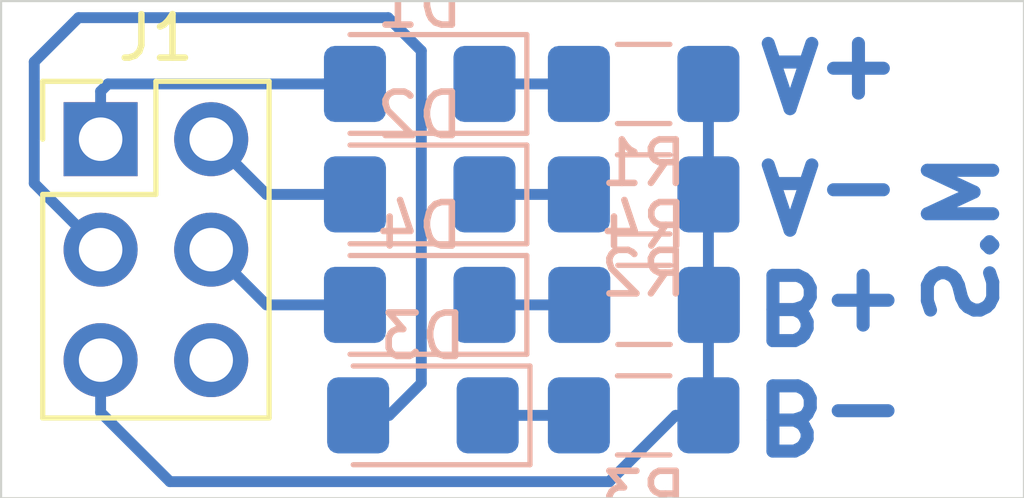
<source format=kicad_pcb>
(kicad_pcb (version 20171130) (host pcbnew "(5.1.5)-3")

  (general
    (thickness 1.6)
    (drawings 9)
    (tracks 26)
    (zones 0)
    (modules 9)
    (nets 11)
  )

  (page A4)
  (layers
    (0 F.Cu signal)
    (31 B.Cu signal)
    (32 B.Adhes user)
    (33 F.Adhes user)
    (34 B.Paste user)
    (35 F.Paste user)
    (36 B.SilkS user hide)
    (37 F.SilkS user)
    (38 B.Mask user)
    (39 F.Mask user)
    (40 Dwgs.User user)
    (41 Cmts.User user)
    (42 Eco1.User user)
    (43 Eco2.User user)
    (44 Edge.Cuts user)
    (45 Margin user)
    (46 B.CrtYd user)
    (47 F.CrtYd user)
    (48 B.Fab user hide)
    (49 F.Fab user hide)
  )

  (setup
    (last_trace_width 0.25)
    (trace_clearance 0.2)
    (zone_clearance 0.508)
    (zone_45_only no)
    (trace_min 0.2)
    (via_size 0.8)
    (via_drill 0.4)
    (via_min_size 0.4)
    (via_min_drill 0.3)
    (uvia_size 0.3)
    (uvia_drill 0.1)
    (uvias_allowed no)
    (uvia_min_size 0.2)
    (uvia_min_drill 0.1)
    (edge_width 0.05)
    (segment_width 0.2)
    (pcb_text_width 0.3)
    (pcb_text_size 1.5 1.5)
    (mod_edge_width 0.12)
    (mod_text_size 1 1)
    (mod_text_width 0.15)
    (pad_size 1.524 1.524)
    (pad_drill 0.762)
    (pad_to_mask_clearance 0.051)
    (solder_mask_min_width 0.25)
    (aux_axis_origin 0 0)
    (visible_elements FFFFFF7F)
    (pcbplotparams
      (layerselection 0x010fc_ffffffff)
      (usegerberextensions false)
      (usegerberattributes false)
      (usegerberadvancedattributes false)
      (creategerberjobfile false)
      (excludeedgelayer true)
      (linewidth 0.100000)
      (plotframeref false)
      (viasonmask false)
      (mode 1)
      (useauxorigin false)
      (hpglpennumber 1)
      (hpglpenspeed 20)
      (hpglpendiameter 15.000000)
      (psnegative false)
      (psa4output false)
      (plotreference true)
      (plotvalue true)
      (plotinvisibletext false)
      (padsonsilk false)
      (subtractmaskfromsilk false)
      (outputformat 1)
      (mirror false)
      (drillshape 1)
      (scaleselection 1)
      (outputdirectory ""))
  )

  (net 0 "")
  (net 1 "Net-(D1-Pad2)")
  (net 2 "Net-(D1-Pad1)")
  (net 3 "Net-(D2-Pad2)")
  (net 4 "Net-(D2-Pad1)")
  (net 5 "Net-(D3-Pad2)")
  (net 6 "Net-(D3-Pad1)")
  (net 7 "Net-(D4-Pad2)")
  (net 8 "Net-(D4-Pad1)")
  (net 9 VDD)
  (net 10 GND)

  (net_class Default "Dies ist die voreingestellte Netzklasse."
    (clearance 0.2)
    (trace_width 0.25)
    (via_dia 0.8)
    (via_drill 0.4)
    (uvia_dia 0.3)
    (uvia_drill 0.1)
    (add_net GND)
    (add_net "Net-(D1-Pad1)")
    (add_net "Net-(D1-Pad2)")
    (add_net "Net-(D2-Pad1)")
    (add_net "Net-(D2-Pad2)")
    (add_net "Net-(D3-Pad1)")
    (add_net "Net-(D3-Pad2)")
    (add_net "Net-(D4-Pad1)")
    (add_net "Net-(D4-Pad2)")
    (add_net VDD)
  )

  (module Resistor_SMD:R_1206_3216Metric_Pad1.42x1.75mm_HandSolder (layer B.Cu) (tedit 5B301BBD) (tstamp 5E5F69ED)
    (at 157.0085 86.36 180)
    (descr "Resistor SMD 1206 (3216 Metric), square (rectangular) end terminal, IPC_7351 nominal with elongated pad for handsoldering. (Body size source: http://www.tortai-tech.com/upload/download/2011102023233369053.pdf), generated with kicad-footprint-generator")
    (tags "resistor handsolder")
    (path /5E73CF13)
    (attr smd)
    (fp_text reference R4 (at 0 1.82) (layer B.SilkS)
      (effects (font (size 1 1) (thickness 0.15)) (justify mirror))
    )
    (fp_text value 330 (at 0 -1.82) (layer B.Fab)
      (effects (font (size 1 1) (thickness 0.15)) (justify mirror))
    )
    (fp_text user %R (at 0 0) (layer B.Fab)
      (effects (font (size 0.8 0.8) (thickness 0.12)) (justify mirror))
    )
    (fp_line (start 2.45 -1.12) (end -2.45 -1.12) (layer B.CrtYd) (width 0.05))
    (fp_line (start 2.45 1.12) (end 2.45 -1.12) (layer B.CrtYd) (width 0.05))
    (fp_line (start -2.45 1.12) (end 2.45 1.12) (layer B.CrtYd) (width 0.05))
    (fp_line (start -2.45 -1.12) (end -2.45 1.12) (layer B.CrtYd) (width 0.05))
    (fp_line (start -0.602064 -0.91) (end 0.602064 -0.91) (layer B.SilkS) (width 0.12))
    (fp_line (start -0.602064 0.91) (end 0.602064 0.91) (layer B.SilkS) (width 0.12))
    (fp_line (start 1.6 -0.8) (end -1.6 -0.8) (layer B.Fab) (width 0.1))
    (fp_line (start 1.6 0.8) (end 1.6 -0.8) (layer B.Fab) (width 0.1))
    (fp_line (start -1.6 0.8) (end 1.6 0.8) (layer B.Fab) (width 0.1))
    (fp_line (start -1.6 -0.8) (end -1.6 0.8) (layer B.Fab) (width 0.1))
    (pad 2 smd roundrect (at 1.4875 0 180) (size 1.425 1.75) (layers B.Cu B.Paste B.Mask) (roundrect_rratio 0.175439)
      (net 8 "Net-(D4-Pad1)"))
    (pad 1 smd roundrect (at -1.4875 0 180) (size 1.425 1.75) (layers B.Cu B.Paste B.Mask) (roundrect_rratio 0.175439)
      (net 10 GND))
    (model ${KISYS3DMOD}/Resistor_SMD.3dshapes/R_1206_3216Metric.wrl
      (at (xyz 0 0 0))
      (scale (xyz 1 1 1))
      (rotate (xyz 0 0 0))
    )
  )

  (module Resistor_SMD:R_1206_3216Metric_Pad1.42x1.75mm_HandSolder (layer B.Cu) (tedit 5B301BBD) (tstamp 5E5F69DC)
    (at 156.999 88.9)
    (descr "Resistor SMD 1206 (3216 Metric), square (rectangular) end terminal, IPC_7351 nominal with elongated pad for handsoldering. (Body size source: http://www.tortai-tech.com/upload/download/2011102023233369053.pdf), generated with kicad-footprint-generator")
    (tags "resistor handsolder")
    (path /5E73CC6B)
    (attr smd)
    (fp_text reference R3 (at 0 1.82) (layer B.SilkS)
      (effects (font (size 1 1) (thickness 0.15)) (justify mirror))
    )
    (fp_text value 330 (at 0 -1.82) (layer B.Fab)
      (effects (font (size 1 1) (thickness 0.15)) (justify mirror))
    )
    (fp_text user %R (at 0 0) (layer B.Fab)
      (effects (font (size 0.8 0.8) (thickness 0.12)) (justify mirror))
    )
    (fp_line (start 2.45 -1.12) (end -2.45 -1.12) (layer B.CrtYd) (width 0.05))
    (fp_line (start 2.45 1.12) (end 2.45 -1.12) (layer B.CrtYd) (width 0.05))
    (fp_line (start -2.45 1.12) (end 2.45 1.12) (layer B.CrtYd) (width 0.05))
    (fp_line (start -2.45 -1.12) (end -2.45 1.12) (layer B.CrtYd) (width 0.05))
    (fp_line (start -0.602064 -0.91) (end 0.602064 -0.91) (layer B.SilkS) (width 0.12))
    (fp_line (start -0.602064 0.91) (end 0.602064 0.91) (layer B.SilkS) (width 0.12))
    (fp_line (start 1.6 -0.8) (end -1.6 -0.8) (layer B.Fab) (width 0.1))
    (fp_line (start 1.6 0.8) (end 1.6 -0.8) (layer B.Fab) (width 0.1))
    (fp_line (start -1.6 0.8) (end 1.6 0.8) (layer B.Fab) (width 0.1))
    (fp_line (start -1.6 -0.8) (end -1.6 0.8) (layer B.Fab) (width 0.1))
    (pad 2 smd roundrect (at 1.4875 0) (size 1.425 1.75) (layers B.Cu B.Paste B.Mask) (roundrect_rratio 0.175439)
      (net 10 GND))
    (pad 1 smd roundrect (at -1.4875 0) (size 1.425 1.75) (layers B.Cu B.Paste B.Mask) (roundrect_rratio 0.175439)
      (net 6 "Net-(D3-Pad1)"))
    (model ${KISYS3DMOD}/Resistor_SMD.3dshapes/R_1206_3216Metric.wrl
      (at (xyz 0 0 0))
      (scale (xyz 1 1 1))
      (rotate (xyz 0 0 0))
    )
  )

  (module Resistor_SMD:R_1206_3216Metric_Pad1.42x1.75mm_HandSolder (layer B.Cu) (tedit 5B301BBD) (tstamp 5E5F69CB)
    (at 156.999 83.82)
    (descr "Resistor SMD 1206 (3216 Metric), square (rectangular) end terminal, IPC_7351 nominal with elongated pad for handsoldering. (Body size source: http://www.tortai-tech.com/upload/download/2011102023233369053.pdf), generated with kicad-footprint-generator")
    (tags "resistor handsolder")
    (path /5E73C884)
    (attr smd)
    (fp_text reference R2 (at 0 1.82) (layer B.SilkS)
      (effects (font (size 1 1) (thickness 0.15)) (justify mirror))
    )
    (fp_text value 330 (at 0 -1.82) (layer B.Fab)
      (effects (font (size 1 1) (thickness 0.15)) (justify mirror))
    )
    (fp_text user %R (at 0 0) (layer B.Fab)
      (effects (font (size 0.8 0.8) (thickness 0.12)) (justify mirror))
    )
    (fp_line (start 2.45 -1.12) (end -2.45 -1.12) (layer B.CrtYd) (width 0.05))
    (fp_line (start 2.45 1.12) (end 2.45 -1.12) (layer B.CrtYd) (width 0.05))
    (fp_line (start -2.45 1.12) (end 2.45 1.12) (layer B.CrtYd) (width 0.05))
    (fp_line (start -2.45 -1.12) (end -2.45 1.12) (layer B.CrtYd) (width 0.05))
    (fp_line (start -0.602064 -0.91) (end 0.602064 -0.91) (layer B.SilkS) (width 0.12))
    (fp_line (start -0.602064 0.91) (end 0.602064 0.91) (layer B.SilkS) (width 0.12))
    (fp_line (start 1.6 -0.8) (end -1.6 -0.8) (layer B.Fab) (width 0.1))
    (fp_line (start 1.6 0.8) (end 1.6 -0.8) (layer B.Fab) (width 0.1))
    (fp_line (start -1.6 0.8) (end 1.6 0.8) (layer B.Fab) (width 0.1))
    (fp_line (start -1.6 -0.8) (end -1.6 0.8) (layer B.Fab) (width 0.1))
    (pad 2 smd roundrect (at 1.4875 0) (size 1.425 1.75) (layers B.Cu B.Paste B.Mask) (roundrect_rratio 0.175439)
      (net 10 GND))
    (pad 1 smd roundrect (at -1.4875 0) (size 1.425 1.75) (layers B.Cu B.Paste B.Mask) (roundrect_rratio 0.175439)
      (net 4 "Net-(D2-Pad1)"))
    (model ${KISYS3DMOD}/Resistor_SMD.3dshapes/R_1206_3216Metric.wrl
      (at (xyz 0 0 0))
      (scale (xyz 1 1 1))
      (rotate (xyz 0 0 0))
    )
  )

  (module Resistor_SMD:R_1206_3216Metric_Pad1.42x1.75mm_HandSolder (layer B.Cu) (tedit 5B301BBD) (tstamp 5E5F69BA)
    (at 156.999 81.28)
    (descr "Resistor SMD 1206 (3216 Metric), square (rectangular) end terminal, IPC_7351 nominal with elongated pad for handsoldering. (Body size source: http://www.tortai-tech.com/upload/download/2011102023233369053.pdf), generated with kicad-footprint-generator")
    (tags "resistor handsolder")
    (path /5E7376F4)
    (attr smd)
    (fp_text reference R1 (at 0 1.82) (layer B.SilkS)
      (effects (font (size 1 1) (thickness 0.15)) (justify mirror))
    )
    (fp_text value 330 (at 0 -1.82) (layer B.Fab)
      (effects (font (size 1 1) (thickness 0.15)) (justify mirror))
    )
    (fp_text user %R (at 0 0) (layer B.Fab)
      (effects (font (size 0.8 0.8) (thickness 0.12)) (justify mirror))
    )
    (fp_line (start 2.45 -1.12) (end -2.45 -1.12) (layer B.CrtYd) (width 0.05))
    (fp_line (start 2.45 1.12) (end 2.45 -1.12) (layer B.CrtYd) (width 0.05))
    (fp_line (start -2.45 1.12) (end 2.45 1.12) (layer B.CrtYd) (width 0.05))
    (fp_line (start -2.45 -1.12) (end -2.45 1.12) (layer B.CrtYd) (width 0.05))
    (fp_line (start -0.602064 -0.91) (end 0.602064 -0.91) (layer B.SilkS) (width 0.12))
    (fp_line (start -0.602064 0.91) (end 0.602064 0.91) (layer B.SilkS) (width 0.12))
    (fp_line (start 1.6 -0.8) (end -1.6 -0.8) (layer B.Fab) (width 0.1))
    (fp_line (start 1.6 0.8) (end 1.6 -0.8) (layer B.Fab) (width 0.1))
    (fp_line (start -1.6 0.8) (end 1.6 0.8) (layer B.Fab) (width 0.1))
    (fp_line (start -1.6 -0.8) (end -1.6 0.8) (layer B.Fab) (width 0.1))
    (pad 2 smd roundrect (at 1.4875 0) (size 1.425 1.75) (layers B.Cu B.Paste B.Mask) (roundrect_rratio 0.175439)
      (net 10 GND))
    (pad 1 smd roundrect (at -1.4875 0) (size 1.425 1.75) (layers B.Cu B.Paste B.Mask) (roundrect_rratio 0.175439)
      (net 2 "Net-(D1-Pad1)"))
    (model ${KISYS3DMOD}/Resistor_SMD.3dshapes/R_1206_3216Metric.wrl
      (at (xyz 0 0 0))
      (scale (xyz 1 1 1))
      (rotate (xyz 0 0 0))
    )
  )

  (module Connector_PinHeader_2.54mm:PinHeader_2x03_P2.54mm_Vertical (layer F.Cu) (tedit 59FED5CC) (tstamp 5E5F69A9)
    (at 144.526 82.55)
    (descr "Through hole straight pin header, 2x03, 2.54mm pitch, double rows")
    (tags "Through hole pin header THT 2x03 2.54mm double row")
    (path /5E73FA9E)
    (fp_text reference J1 (at 1.27 -2.33) (layer F.SilkS)
      (effects (font (size 1 1) (thickness 0.15)))
    )
    (fp_text value Conn_02x03_Counter_Clockwise (at 1.27 7.41) (layer F.Fab)
      (effects (font (size 1 1) (thickness 0.15)))
    )
    (fp_text user %R (at 1.27 2.54 90) (layer F.Fab)
      (effects (font (size 1 1) (thickness 0.15)))
    )
    (fp_line (start 4.35 -1.8) (end -1.8 -1.8) (layer F.CrtYd) (width 0.05))
    (fp_line (start 4.35 6.85) (end 4.35 -1.8) (layer F.CrtYd) (width 0.05))
    (fp_line (start -1.8 6.85) (end 4.35 6.85) (layer F.CrtYd) (width 0.05))
    (fp_line (start -1.8 -1.8) (end -1.8 6.85) (layer F.CrtYd) (width 0.05))
    (fp_line (start -1.33 -1.33) (end 0 -1.33) (layer F.SilkS) (width 0.12))
    (fp_line (start -1.33 0) (end -1.33 -1.33) (layer F.SilkS) (width 0.12))
    (fp_line (start 1.27 -1.33) (end 3.87 -1.33) (layer F.SilkS) (width 0.12))
    (fp_line (start 1.27 1.27) (end 1.27 -1.33) (layer F.SilkS) (width 0.12))
    (fp_line (start -1.33 1.27) (end 1.27 1.27) (layer F.SilkS) (width 0.12))
    (fp_line (start 3.87 -1.33) (end 3.87 6.41) (layer F.SilkS) (width 0.12))
    (fp_line (start -1.33 1.27) (end -1.33 6.41) (layer F.SilkS) (width 0.12))
    (fp_line (start -1.33 6.41) (end 3.87 6.41) (layer F.SilkS) (width 0.12))
    (fp_line (start -1.27 0) (end 0 -1.27) (layer F.Fab) (width 0.1))
    (fp_line (start -1.27 6.35) (end -1.27 0) (layer F.Fab) (width 0.1))
    (fp_line (start 3.81 6.35) (end -1.27 6.35) (layer F.Fab) (width 0.1))
    (fp_line (start 3.81 -1.27) (end 3.81 6.35) (layer F.Fab) (width 0.1))
    (fp_line (start 0 -1.27) (end 3.81 -1.27) (layer F.Fab) (width 0.1))
    (pad 6 thru_hole oval (at 2.54 5.08) (size 1.7 1.7) (drill 1) (layers *.Cu *.Mask)
      (net 9 VDD))
    (pad 5 thru_hole oval (at 0 5.08) (size 1.7 1.7) (drill 1) (layers *.Cu *.Mask)
      (net 10 GND))
    (pad 4 thru_hole oval (at 2.54 2.54) (size 1.7 1.7) (drill 1) (layers *.Cu *.Mask)
      (net 7 "Net-(D4-Pad2)"))
    (pad 3 thru_hole oval (at 0 2.54) (size 1.7 1.7) (drill 1) (layers *.Cu *.Mask)
      (net 5 "Net-(D3-Pad2)"))
    (pad 2 thru_hole oval (at 2.54 0) (size 1.7 1.7) (drill 1) (layers *.Cu *.Mask)
      (net 3 "Net-(D2-Pad2)"))
    (pad 1 thru_hole rect (at 0 0) (size 1.7 1.7) (drill 1) (layers *.Cu *.Mask)
      (net 1 "Net-(D1-Pad2)"))
    (model ${KISYS3DMOD}/Connector_PinHeader_2.54mm.3dshapes/PinHeader_2x03_P2.54mm_Vertical.wrl
      (at (xyz 0 0 0))
      (scale (xyz 1 1 1))
      (rotate (xyz 0 0 0))
    )
  )

  (module LED_SMD:LED_1206_3216Metric_Pad1.42x1.75mm_HandSolder (layer B.Cu) (tedit 5B4B45C9) (tstamp 5E5F698D)
    (at 151.8555 86.36 180)
    (descr "LED SMD 1206 (3216 Metric), square (rectangular) end terminal, IPC_7351 nominal, (Body size source: http://www.tortai-tech.com/upload/download/2011102023233369053.pdf), generated with kicad-footprint-generator")
    (tags "LED handsolder")
    (path /5E73634B)
    (attr smd)
    (fp_text reference D4 (at 0 1.82) (layer B.SilkS)
      (effects (font (size 1 1) (thickness 0.15)) (justify mirror))
    )
    (fp_text value LED (at 0 -1.82) (layer B.Fab)
      (effects (font (size 1 1) (thickness 0.15)) (justify mirror))
    )
    (fp_text user %R (at 0 0) (layer B.Fab)
      (effects (font (size 0.8 0.8) (thickness 0.12)) (justify mirror))
    )
    (fp_line (start 2.45 -1.12) (end -2.45 -1.12) (layer B.CrtYd) (width 0.05))
    (fp_line (start 2.45 1.12) (end 2.45 -1.12) (layer B.CrtYd) (width 0.05))
    (fp_line (start -2.45 1.12) (end 2.45 1.12) (layer B.CrtYd) (width 0.05))
    (fp_line (start -2.45 -1.12) (end -2.45 1.12) (layer B.CrtYd) (width 0.05))
    (fp_line (start -2.46 -1.135) (end 1.6 -1.135) (layer B.SilkS) (width 0.12))
    (fp_line (start -2.46 1.135) (end -2.46 -1.135) (layer B.SilkS) (width 0.12))
    (fp_line (start 1.6 1.135) (end -2.46 1.135) (layer B.SilkS) (width 0.12))
    (fp_line (start 1.6 -0.8) (end 1.6 0.8) (layer B.Fab) (width 0.1))
    (fp_line (start -1.6 -0.8) (end 1.6 -0.8) (layer B.Fab) (width 0.1))
    (fp_line (start -1.6 0.4) (end -1.6 -0.8) (layer B.Fab) (width 0.1))
    (fp_line (start -1.2 0.8) (end -1.6 0.4) (layer B.Fab) (width 0.1))
    (fp_line (start 1.6 0.8) (end -1.2 0.8) (layer B.Fab) (width 0.1))
    (pad 2 smd roundrect (at 1.4875 0 180) (size 1.425 1.75) (layers B.Cu B.Paste B.Mask) (roundrect_rratio 0.175439)
      (net 7 "Net-(D4-Pad2)"))
    (pad 1 smd roundrect (at -1.4875 0 180) (size 1.425 1.75) (layers B.Cu B.Paste B.Mask) (roundrect_rratio 0.175439)
      (net 8 "Net-(D4-Pad1)"))
    (model ${KISYS3DMOD}/LED_SMD.3dshapes/LED_1206_3216Metric.wrl
      (at (xyz 0 0 0))
      (scale (xyz 1 1 1))
      (rotate (xyz 0 0 0))
    )
  )

  (module LED_SMD:LED_1206_3216Metric_Pad1.42x1.75mm_HandSolder (layer B.Cu) (tedit 5B4B45C9) (tstamp 5E5F697A)
    (at 151.9285 88.9 180)
    (descr "LED SMD 1206 (3216 Metric), square (rectangular) end terminal, IPC_7351 nominal, (Body size source: http://www.tortai-tech.com/upload/download/2011102023233369053.pdf), generated with kicad-footprint-generator")
    (tags "LED handsolder")
    (path /5E736052)
    (attr smd)
    (fp_text reference D3 (at 0 1.82) (layer B.SilkS)
      (effects (font (size 1 1) (thickness 0.15)) (justify mirror))
    )
    (fp_text value LED (at 0 -1.82) (layer B.Fab)
      (effects (font (size 1 1) (thickness 0.15)) (justify mirror))
    )
    (fp_text user %R (at 0 0) (layer B.Fab)
      (effects (font (size 0.8 0.8) (thickness 0.12)) (justify mirror))
    )
    (fp_line (start 2.45 -1.12) (end -2.45 -1.12) (layer B.CrtYd) (width 0.05))
    (fp_line (start 2.45 1.12) (end 2.45 -1.12) (layer B.CrtYd) (width 0.05))
    (fp_line (start -2.45 1.12) (end 2.45 1.12) (layer B.CrtYd) (width 0.05))
    (fp_line (start -2.45 -1.12) (end -2.45 1.12) (layer B.CrtYd) (width 0.05))
    (fp_line (start -2.46 -1.135) (end 1.6 -1.135) (layer B.SilkS) (width 0.12))
    (fp_line (start -2.46 1.135) (end -2.46 -1.135) (layer B.SilkS) (width 0.12))
    (fp_line (start 1.6 1.135) (end -2.46 1.135) (layer B.SilkS) (width 0.12))
    (fp_line (start 1.6 -0.8) (end 1.6 0.8) (layer B.Fab) (width 0.1))
    (fp_line (start -1.6 -0.8) (end 1.6 -0.8) (layer B.Fab) (width 0.1))
    (fp_line (start -1.6 0.4) (end -1.6 -0.8) (layer B.Fab) (width 0.1))
    (fp_line (start -1.2 0.8) (end -1.6 0.4) (layer B.Fab) (width 0.1))
    (fp_line (start 1.6 0.8) (end -1.2 0.8) (layer B.Fab) (width 0.1))
    (pad 2 smd roundrect (at 1.4875 0 180) (size 1.425 1.75) (layers B.Cu B.Paste B.Mask) (roundrect_rratio 0.175439)
      (net 5 "Net-(D3-Pad2)"))
    (pad 1 smd roundrect (at -1.4875 0 180) (size 1.425 1.75) (layers B.Cu B.Paste B.Mask) (roundrect_rratio 0.175439)
      (net 6 "Net-(D3-Pad1)"))
    (model ${KISYS3DMOD}/LED_SMD.3dshapes/LED_1206_3216Metric.wrl
      (at (xyz 0 0 0))
      (scale (xyz 1 1 1))
      (rotate (xyz 0 0 0))
    )
  )

  (module LED_SMD:LED_1206_3216Metric_Pad1.42x1.75mm_HandSolder (layer B.Cu) (tedit 5B4B45C9) (tstamp 5E5F6967)
    (at 151.8555 83.82 180)
    (descr "LED SMD 1206 (3216 Metric), square (rectangular) end terminal, IPC_7351 nominal, (Body size source: http://www.tortai-tech.com/upload/download/2011102023233369053.pdf), generated with kicad-footprint-generator")
    (tags "LED handsolder")
    (path /5E735DC0)
    (attr smd)
    (fp_text reference D2 (at 0 1.82) (layer B.SilkS)
      (effects (font (size 1 1) (thickness 0.15)) (justify mirror))
    )
    (fp_text value LED (at 0 -1.82) (layer B.Fab)
      (effects (font (size 1 1) (thickness 0.15)) (justify mirror))
    )
    (fp_text user %R (at 0 0) (layer B.Fab)
      (effects (font (size 0.8 0.8) (thickness 0.12)) (justify mirror))
    )
    (fp_line (start 2.45 -1.12) (end -2.45 -1.12) (layer B.CrtYd) (width 0.05))
    (fp_line (start 2.45 1.12) (end 2.45 -1.12) (layer B.CrtYd) (width 0.05))
    (fp_line (start -2.45 1.12) (end 2.45 1.12) (layer B.CrtYd) (width 0.05))
    (fp_line (start -2.45 -1.12) (end -2.45 1.12) (layer B.CrtYd) (width 0.05))
    (fp_line (start -2.46 -1.135) (end 1.6 -1.135) (layer B.SilkS) (width 0.12))
    (fp_line (start -2.46 1.135) (end -2.46 -1.135) (layer B.SilkS) (width 0.12))
    (fp_line (start 1.6 1.135) (end -2.46 1.135) (layer B.SilkS) (width 0.12))
    (fp_line (start 1.6 -0.8) (end 1.6 0.8) (layer B.Fab) (width 0.1))
    (fp_line (start -1.6 -0.8) (end 1.6 -0.8) (layer B.Fab) (width 0.1))
    (fp_line (start -1.6 0.4) (end -1.6 -0.8) (layer B.Fab) (width 0.1))
    (fp_line (start -1.2 0.8) (end -1.6 0.4) (layer B.Fab) (width 0.1))
    (fp_line (start 1.6 0.8) (end -1.2 0.8) (layer B.Fab) (width 0.1))
    (pad 2 smd roundrect (at 1.4875 0 180) (size 1.425 1.75) (layers B.Cu B.Paste B.Mask) (roundrect_rratio 0.175439)
      (net 3 "Net-(D2-Pad2)"))
    (pad 1 smd roundrect (at -1.4875 0 180) (size 1.425 1.75) (layers B.Cu B.Paste B.Mask) (roundrect_rratio 0.175439)
      (net 4 "Net-(D2-Pad1)"))
    (model ${KISYS3DMOD}/LED_SMD.3dshapes/LED_1206_3216Metric.wrl
      (at (xyz 0 0 0))
      (scale (xyz 1 1 1))
      (rotate (xyz 0 0 0))
    )
  )

  (module LED_SMD:LED_1206_3216Metric_Pad1.42x1.75mm_HandSolder (layer B.Cu) (tedit 5B4B45C9) (tstamp 5E5F6954)
    (at 151.8555 81.28 180)
    (descr "LED SMD 1206 (3216 Metric), square (rectangular) end terminal, IPC_7351 nominal, (Body size source: http://www.tortai-tech.com/upload/download/2011102023233369053.pdf), generated with kicad-footprint-generator")
    (tags "LED handsolder")
    (path /5E7351D6)
    (attr smd)
    (fp_text reference D1 (at 0 1.82) (layer B.SilkS)
      (effects (font (size 1 1) (thickness 0.15)) (justify mirror))
    )
    (fp_text value LED (at 0 -1.82) (layer B.Fab)
      (effects (font (size 1 1) (thickness 0.15)) (justify mirror))
    )
    (fp_text user %R (at 0 0) (layer B.Fab)
      (effects (font (size 0.8 0.8) (thickness 0.12)) (justify mirror))
    )
    (fp_line (start 2.45 -1.12) (end -2.45 -1.12) (layer B.CrtYd) (width 0.05))
    (fp_line (start 2.45 1.12) (end 2.45 -1.12) (layer B.CrtYd) (width 0.05))
    (fp_line (start -2.45 1.12) (end 2.45 1.12) (layer B.CrtYd) (width 0.05))
    (fp_line (start -2.45 -1.12) (end -2.45 1.12) (layer B.CrtYd) (width 0.05))
    (fp_line (start -2.46 -1.135) (end 1.6 -1.135) (layer B.SilkS) (width 0.12))
    (fp_line (start -2.46 1.135) (end -2.46 -1.135) (layer B.SilkS) (width 0.12))
    (fp_line (start 1.6 1.135) (end -2.46 1.135) (layer B.SilkS) (width 0.12))
    (fp_line (start 1.6 -0.8) (end 1.6 0.8) (layer B.Fab) (width 0.1))
    (fp_line (start -1.6 -0.8) (end 1.6 -0.8) (layer B.Fab) (width 0.1))
    (fp_line (start -1.6 0.4) (end -1.6 -0.8) (layer B.Fab) (width 0.1))
    (fp_line (start -1.2 0.8) (end -1.6 0.4) (layer B.Fab) (width 0.1))
    (fp_line (start 1.6 0.8) (end -1.2 0.8) (layer B.Fab) (width 0.1))
    (pad 2 smd roundrect (at 1.4875 0 180) (size 1.425 1.75) (layers B.Cu B.Paste B.Mask) (roundrect_rratio 0.175439)
      (net 1 "Net-(D1-Pad2)"))
    (pad 1 smd roundrect (at -1.4875 0 180) (size 1.425 1.75) (layers B.Cu B.Paste B.Mask) (roundrect_rratio 0.175439)
      (net 2 "Net-(D1-Pad1)"))
    (model ${KISYS3DMOD}/LED_SMD.3dshapes/LED_1206_3216Metric.wrl
      (at (xyz 0 0 0))
      (scale (xyz 1 1 1))
      (rotate (xyz 0 0 0))
    )
  )

  (gr_line (start 142.24 90.805) (end 142.24 79.375) (layer Edge.Cuts) (width 0.05) (tstamp 5E5F6F43))
  (gr_line (start 165.735 90.805) (end 142.24 90.805) (layer Edge.Cuts) (width 0.05))
  (gr_line (start 165.735 79.375) (end 165.735 90.805) (layer Edge.Cuts) (width 0.05))
  (gr_line (start 142.24 79.375) (end 165.735 79.375) (layer Edge.Cuts) (width 0.05))
  (gr_text M.S (at 164.338 84.836 90) (layer B.Cu)
    (effects (font (size 1.5 1.5) (thickness 0.3)) (justify mirror))
  )
  (gr_text B- (at 161.29 88.9 180) (layer B.Cu)
    (effects (font (size 1.5 1.5) (thickness 0.3)) (justify mirror))
  )
  (gr_text B+ (at 161.29 86.36 180) (layer B.Cu)
    (effects (font (size 1.5 1.5) (thickness 0.3)) (justify mirror))
  )
  (gr_text A- (at 161.29 83.82 180) (layer B.Cu)
    (effects (font (size 1.5 1.5) (thickness 0.3)) (justify mirror))
  )
  (gr_text A+ (at 161.29 81.026 180) (layer B.Cu)
    (effects (font (size 1.5 1.5) (thickness 0.3)) (justify mirror))
  )

  (segment (start 149.6555 81.28) (end 150.368 81.28) (width 0.25) (layer B.Cu) (net 1))
  (segment (start 144.696 81.28) (end 149.6555 81.28) (width 0.25) (layer B.Cu) (net 1))
  (segment (start 144.526 81.45) (end 144.696 81.28) (width 0.25) (layer B.Cu) (net 1))
  (segment (start 144.526 82.55) (end 144.526 81.45) (width 0.25) (layer B.Cu) (net 1))
  (segment (start 153.343 81.28) (end 155.5115 81.28) (width 0.25) (layer B.Cu) (net 2))
  (segment (start 148.336 83.82) (end 150.368 83.82) (width 0.25) (layer B.Cu) (net 3))
  (segment (start 147.066 82.55) (end 148.336 83.82) (width 0.25) (layer B.Cu) (net 3))
  (segment (start 153.343 83.82) (end 155.5115 83.82) (width 0.25) (layer B.Cu) (net 4))
  (segment (start 151.1535 88.9) (end 150.441 88.9) (width 0.25) (layer B.Cu) (net 5))
  (segment (start 151.892 88.1615) (end 151.1535 88.9) (width 0.25) (layer B.Cu) (net 5))
  (segment (start 144.526 85.09) (end 143.002 83.566) (width 0.25) (layer B.Cu) (net 5))
  (segment (start 143.002 83.566) (end 143.002 80.772) (width 0.25) (layer B.Cu) (net 5))
  (segment (start 151.13 79.756) (end 151.892 80.518) (width 0.25) (layer B.Cu) (net 5))
  (segment (start 143.002 80.772) (end 144.018 79.756) (width 0.25) (layer B.Cu) (net 5))
  (segment (start 151.892 80.518) (end 151.892 88.1615) (width 0.25) (layer B.Cu) (net 5))
  (segment (start 144.018 79.756) (end 151.13 79.756) (width 0.25) (layer B.Cu) (net 5))
  (segment (start 153.416 88.9) (end 155.5115 88.9) (width 0.25) (layer B.Cu) (net 6))
  (segment (start 148.336 86.36) (end 150.368 86.36) (width 0.25) (layer B.Cu) (net 7))
  (segment (start 147.066 85.09) (end 148.336 86.36) (width 0.25) (layer B.Cu) (net 7))
  (segment (start 153.343 86.36) (end 155.521 86.36) (width 0.25) (layer B.Cu) (net 8))
  (segment (start 158.4865 81.28) (end 158.4865 88.9) (width 0.25) (layer B.Cu) (net 10))
  (segment (start 144.526 88.832081) (end 146.117919 90.424) (width 0.25) (layer B.Cu) (net 10))
  (segment (start 144.526 87.63) (end 144.526 88.832081) (width 0.25) (layer B.Cu) (net 10))
  (segment (start 146.117919 90.424) (end 156.21 90.424) (width 0.25) (layer B.Cu) (net 10))
  (segment (start 157.734 88.9) (end 158.4865 88.9) (width 0.25) (layer B.Cu) (net 10))
  (segment (start 156.21 90.424) (end 157.734 88.9) (width 0.25) (layer B.Cu) (net 10))

)

</source>
